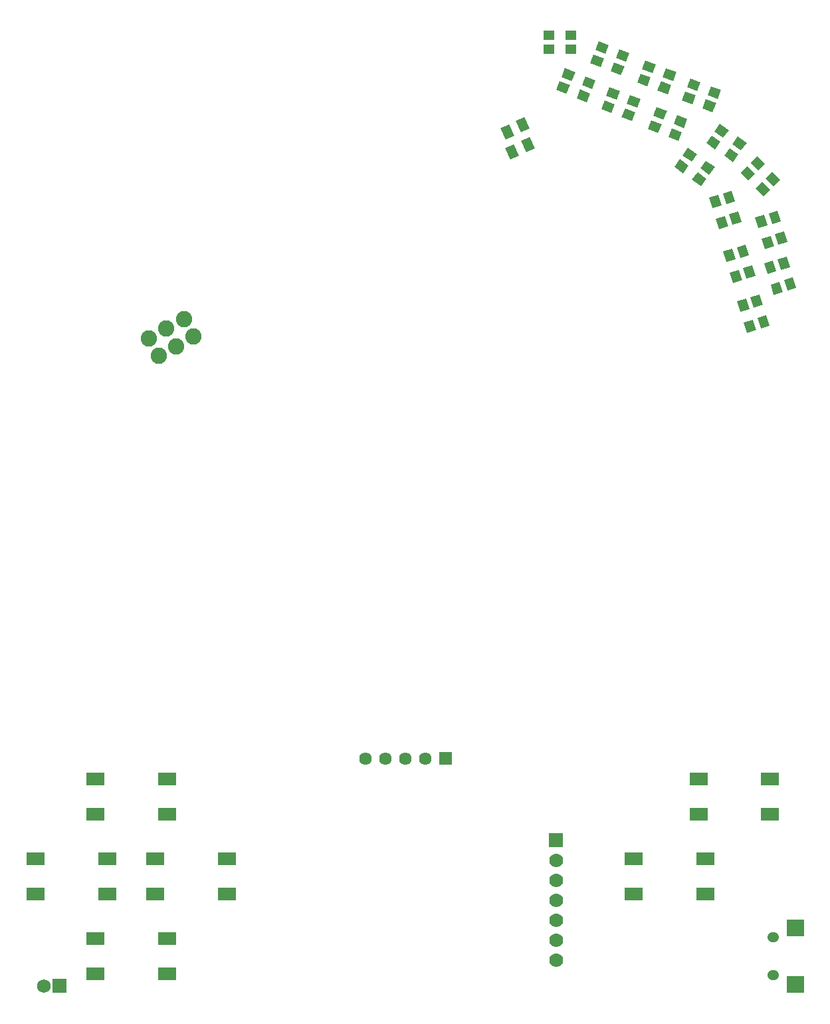
<source format=gts>
G04 Layer: TopSolderMaskLayer*
G04 EasyEDA v6.4.17, 2021-02-25T15:28:36--5:00*
G04 aa3373424ab044808dd5acc0b6461e4b,072da06717534aa28f27f5ff42559d36,10*
G04 Gerber Generator version 0.2*
G04 Scale: 100 percent, Rotated: No, Reflected: No *
G04 Dimensions in inches *
G04 leading zeros omitted , absolute positions ,3 integer and 6 decimal *
%FSLAX36Y36*%
%MOIN*%

%ADD46C,0.0513*%
%ADD47C,0.0700*%
%ADD52C,0.0680*%
%ADD54C,0.0637*%
%ADD57C,0.0820*%

%LPD*%
D46*
X3789957Y595470D02*
G01*
X3795862Y595470D01*
X3789957Y404529D02*
G01*
X3795862Y404529D01*
D47*
G01*
X2705000Y480000D03*
G36*
X2670000Y1045000D02*
G01*
X2670000Y1115000D01*
X2740000Y1115000D01*
X2740000Y1045000D01*
G37*
G01*
X2705000Y980000D03*
G01*
X2705000Y880000D03*
G01*
X2705000Y780000D03*
G01*
X2705000Y680000D03*
G01*
X2705000Y580000D03*
G36*
X2531099Y4629699D02*
G01*
X2504399Y4686900D01*
X2547399Y4706900D01*
X2574099Y4649699D01*
G37*
G36*
X2452600Y4593099D02*
G01*
X2425900Y4650300D01*
X2468900Y4670300D01*
X2495600Y4613099D01*
G37*
G36*
X2556099Y4529699D02*
G01*
X2529399Y4586900D01*
X2572399Y4606900D01*
X2599099Y4549699D01*
G37*
G36*
X2477600Y4493099D02*
G01*
X2450900Y4550300D01*
X2493900Y4570300D01*
X2520600Y4513099D01*
G37*
G36*
X3050500Y956999D02*
G01*
X3050500Y1020100D01*
X3141199Y1020100D01*
X3141199Y956999D01*
G37*
G36*
X3408800Y956999D02*
G01*
X3408800Y1020100D01*
X3499499Y1020100D01*
X3499499Y956999D01*
G37*
G36*
X3050500Y779899D02*
G01*
X3050500Y843000D01*
X3141199Y843000D01*
X3141199Y779899D01*
G37*
G36*
X3408800Y779899D02*
G01*
X3408800Y843000D01*
X3499499Y843000D01*
X3499499Y779899D01*
G37*
G36*
X3375500Y1356999D02*
G01*
X3375500Y1420100D01*
X3466199Y1420100D01*
X3466199Y1356999D01*
G37*
G36*
X3733800Y1356999D02*
G01*
X3733800Y1420100D01*
X3824499Y1420100D01*
X3824499Y1356999D01*
G37*
G36*
X3375500Y1179899D02*
G01*
X3375500Y1243000D01*
X3466199Y1243000D01*
X3466199Y1179899D01*
G37*
G36*
X3733800Y1179899D02*
G01*
X3733800Y1243000D01*
X3824499Y1243000D01*
X3824499Y1179899D01*
G37*
G36*
X350500Y1356999D02*
G01*
X350500Y1420100D01*
X441199Y1420100D01*
X441199Y1356999D01*
G37*
G36*
X708800Y1356999D02*
G01*
X708800Y1420100D01*
X799499Y1420100D01*
X799499Y1356999D01*
G37*
G36*
X350500Y1179899D02*
G01*
X350500Y1243000D01*
X441199Y1243000D01*
X441199Y1179899D01*
G37*
G36*
X708800Y1179899D02*
G01*
X708800Y1243000D01*
X799499Y1243000D01*
X799499Y1179899D01*
G37*
G36*
X350500Y556999D02*
G01*
X350500Y620100D01*
X441199Y620100D01*
X441199Y556999D01*
G37*
G36*
X708800Y556999D02*
G01*
X708800Y620100D01*
X799499Y620100D01*
X799499Y556999D01*
G37*
G36*
X350500Y379899D02*
G01*
X350500Y443000D01*
X441199Y443000D01*
X441199Y379899D01*
G37*
G36*
X708800Y379899D02*
G01*
X708800Y443000D01*
X799499Y443000D01*
X799499Y379899D01*
G37*
G36*
X50500Y956999D02*
G01*
X50500Y1020100D01*
X141199Y1020100D01*
X141199Y956999D01*
G37*
G36*
X408800Y956999D02*
G01*
X408800Y1020100D01*
X499499Y1020100D01*
X499499Y956999D01*
G37*
G36*
X50500Y779899D02*
G01*
X50500Y843000D01*
X141199Y843000D01*
X141199Y779899D01*
G37*
G36*
X408800Y779899D02*
G01*
X408800Y843000D01*
X499499Y843000D01*
X499499Y779899D01*
G37*
G36*
X650500Y956999D02*
G01*
X650500Y1020100D01*
X741199Y1020100D01*
X741199Y956999D01*
G37*
G36*
X1008800Y956999D02*
G01*
X1008800Y1020100D01*
X1099499Y1020100D01*
X1099499Y956999D01*
G37*
G36*
X650500Y779899D02*
G01*
X650500Y843000D01*
X741199Y843000D01*
X741199Y779899D01*
G37*
G36*
X1008800Y779899D02*
G01*
X1008800Y843000D01*
X1099499Y843000D01*
X1099499Y779899D01*
G37*
G36*
X180399Y315999D02*
G01*
X180399Y384000D01*
X248400Y384000D01*
X248400Y315999D01*
G37*
D52*
G01*
X135599Y350000D03*
G36*
X2118199Y1458099D02*
G01*
X2118199Y1521799D01*
X2181899Y1521799D01*
X2181899Y1458099D01*
G37*
D54*
G01*
X2050000Y1490000D03*
G01*
X1950000Y1490000D03*
G01*
X1850000Y1490000D03*
G01*
X1750000Y1490000D03*
G36*
X3863699Y600300D02*
G01*
X3863699Y683099D01*
X3950500Y683099D01*
X3950500Y600300D01*
G37*
G36*
X3863699Y316900D02*
G01*
X3863699Y399699D01*
X3950500Y399699D01*
X3950500Y316900D01*
G37*
G36*
X3522700Y4143600D02*
G01*
X3506499Y4196399D01*
X3551800Y4210300D01*
X3568000Y4157399D01*
G37*
G36*
X3490399Y4249000D02*
G01*
X3474300Y4301799D01*
X3519600Y4315700D01*
X3535699Y4262900D01*
G37*
G36*
X3558199Y4269699D02*
G01*
X3541999Y4322600D01*
X3587299Y4336399D01*
X3603500Y4283600D01*
G37*
G36*
X3590399Y4164299D02*
G01*
X3574300Y4217100D01*
X3619600Y4230999D01*
X3635699Y4178200D01*
G37*
G36*
X3592700Y3873600D02*
G01*
X3576499Y3926399D01*
X3621800Y3940300D01*
X3638000Y3887399D01*
G37*
G36*
X3560399Y3979000D02*
G01*
X3544300Y4031799D01*
X3589600Y4045700D01*
X3605699Y3992899D01*
G37*
G36*
X3628199Y3999699D02*
G01*
X3611999Y4052600D01*
X3657299Y4066399D01*
X3673500Y4013600D01*
G37*
G36*
X3660399Y3894299D02*
G01*
X3644300Y3947100D01*
X3689600Y3960999D01*
X3705699Y3908200D01*
G37*
G36*
X3664300Y3623000D02*
G01*
X3647299Y3675599D01*
X3692299Y3690200D01*
X3709399Y3637700D01*
G37*
G36*
X3630299Y3727899D02*
G01*
X3613199Y3780399D01*
X3658299Y3795100D01*
X3675299Y3742500D01*
G37*
G36*
X3697700Y3749800D02*
G01*
X3680600Y3802300D01*
X3725699Y3816999D01*
X3742700Y3764400D01*
G37*
G36*
X3731700Y3644899D02*
G01*
X3714700Y3697500D01*
X3759700Y3712100D01*
X3776800Y3659600D01*
G37*
G36*
X3491099Y4730200D02*
G01*
X3439499Y4750000D01*
X3456499Y4794200D01*
X3508000Y4774400D01*
G37*
G36*
X3388100Y4769699D02*
G01*
X3336599Y4789499D01*
X3353500Y4833699D01*
X3405100Y4813899D01*
G37*
G36*
X3413500Y4835799D02*
G01*
X3361999Y4855599D01*
X3378900Y4899800D01*
X3430500Y4880000D01*
G37*
G36*
X3516499Y4796300D02*
G01*
X3464899Y4816100D01*
X3481899Y4860300D01*
X3533400Y4840500D01*
G37*
G36*
X3266099Y4820200D02*
G01*
X3214499Y4840000D01*
X3231499Y4884200D01*
X3283000Y4864400D01*
G37*
G36*
X3163100Y4859699D02*
G01*
X3111599Y4879499D01*
X3128500Y4923699D01*
X3180100Y4903899D01*
G37*
G36*
X3188500Y4925799D02*
G01*
X3136999Y4945599D01*
X3153900Y4989800D01*
X3205500Y4970000D01*
G37*
G36*
X3291499Y4886300D02*
G01*
X3239899Y4906100D01*
X3256899Y4950300D01*
X3308400Y4930500D01*
G37*
G36*
X3746700Y4309699D02*
G01*
X3707600Y4348800D01*
X3741099Y4382199D01*
X3780200Y4343200D01*
G37*
G36*
X3668800Y4387600D02*
G01*
X3629700Y4426700D01*
X3663199Y4460200D01*
X3702299Y4421100D01*
G37*
G36*
X3718900Y4437700D02*
G01*
X3679799Y4476799D01*
X3713299Y4510300D01*
X3752399Y4471199D01*
G37*
G36*
X3796800Y4359800D02*
G01*
X3757799Y4398899D01*
X3791199Y4432399D01*
X3830299Y4393299D01*
G37*
G36*
X3593900Y4479099D02*
G01*
X3548599Y4510799D01*
X3575799Y4549600D01*
X3621000Y4517900D01*
G37*
G36*
X3503599Y4542300D02*
G01*
X3458299Y4574000D01*
X3485500Y4612800D01*
X3530699Y4581100D01*
G37*
G36*
X3544200Y4600400D02*
G01*
X3498999Y4632100D01*
X3526099Y4670900D01*
X3571400Y4639200D01*
G37*
G36*
X3634499Y4537199D02*
G01*
X3589300Y4568800D01*
X3616400Y4607700D01*
X3661700Y4575999D01*
G37*
G36*
X3319600Y4584200D02*
G01*
X3268400Y4604899D01*
X3286099Y4648800D01*
X3337299Y4628099D01*
G37*
G36*
X3217399Y4625500D02*
G01*
X3166099Y4646199D01*
X3183900Y4690100D01*
X3235100Y4669400D01*
G37*
G36*
X3243900Y4691199D02*
G01*
X3192700Y4711900D01*
X3210399Y4755799D01*
X3261700Y4735100D01*
G37*
G36*
X3346099Y4649899D02*
G01*
X3294899Y4670599D01*
X3312600Y4714499D01*
X3363900Y4693800D01*
G37*
G36*
X3432200Y4358499D02*
G01*
X3387500Y4390999D01*
X3415299Y4429299D01*
X3460000Y4396900D01*
G37*
G36*
X3343000Y4423299D02*
G01*
X3298299Y4455799D01*
X3326199Y4494099D01*
X3370900Y4461700D01*
G37*
G36*
X3384700Y4480700D02*
G01*
X3340000Y4513099D01*
X3367799Y4551500D01*
X3412500Y4519000D01*
G37*
G36*
X3473800Y4415900D02*
G01*
X3429200Y4448299D01*
X3456999Y4486700D01*
X3501700Y4454200D01*
G37*
G36*
X2859600Y4779200D02*
G01*
X2808400Y4799899D01*
X2826099Y4843800D01*
X2877299Y4823099D01*
G37*
G36*
X2757399Y4820500D02*
G01*
X2706099Y4841199D01*
X2723900Y4885100D01*
X2775100Y4864400D01*
G37*
G36*
X2783900Y4886199D02*
G01*
X2732700Y4906900D01*
X2750399Y4950799D01*
X2801700Y4930100D01*
G37*
G36*
X2886099Y4844899D02*
G01*
X2834899Y4865599D01*
X2852600Y4909499D01*
X2903900Y4888800D01*
G37*
G36*
X3086099Y4685200D02*
G01*
X3034499Y4705000D01*
X3051499Y4749200D01*
X3103000Y4729400D01*
G37*
G36*
X2983100Y4724699D02*
G01*
X2931599Y4744499D01*
X2948500Y4788699D01*
X3000100Y4768899D01*
G37*
G36*
X3008500Y4790799D02*
G01*
X2956999Y4810599D01*
X2973900Y4854800D01*
X3025500Y4835000D01*
G37*
G36*
X3111499Y4751300D02*
G01*
X3059899Y4771100D01*
X3076899Y4815300D01*
X3128400Y4795500D01*
G37*
G36*
X3797700Y3813600D02*
G01*
X3781499Y3866399D01*
X3826800Y3880300D01*
X3843000Y3827399D01*
G37*
G36*
X3765399Y3919000D02*
G01*
X3749300Y3971799D01*
X3794600Y3985700D01*
X3810699Y3932899D01*
G37*
G36*
X3833199Y3939699D02*
G01*
X3816999Y3992600D01*
X3862299Y4006399D01*
X3878500Y3953600D01*
G37*
G36*
X3865399Y3834299D02*
G01*
X3849300Y3887100D01*
X3894600Y3900999D01*
X3910699Y3848200D01*
G37*
G36*
X3752700Y4043600D02*
G01*
X3736499Y4096399D01*
X3781800Y4110300D01*
X3798000Y4057399D01*
G37*
G36*
X3720399Y4149000D02*
G01*
X3704300Y4201799D01*
X3749600Y4215700D01*
X3765699Y4162899D01*
G37*
G36*
X3788199Y4169699D02*
G01*
X3771999Y4222600D01*
X3817299Y4236399D01*
X3833500Y4183600D01*
G37*
G36*
X3820399Y4064299D02*
G01*
X3804300Y4117100D01*
X3849600Y4130999D01*
X3865699Y4078200D01*
G37*
G36*
X2752500Y5020900D02*
G01*
X2752500Y5068299D01*
X2807700Y5068299D01*
X2807700Y5020900D01*
G37*
G36*
X2642299Y5020900D02*
G01*
X2642299Y5068299D01*
X2697500Y5068299D01*
X2697500Y5020900D01*
G37*
G36*
X2642299Y5091700D02*
G01*
X2642299Y5139099D01*
X2697500Y5139099D01*
X2697500Y5091700D01*
G37*
G36*
X2752500Y5091700D02*
G01*
X2752500Y5139099D01*
X2807700Y5139099D01*
X2807700Y5091700D01*
G37*
G36*
X3031099Y4915200D02*
G01*
X2979499Y4935000D01*
X2996499Y4979200D01*
X3048000Y4959400D01*
G37*
G36*
X2928100Y4954699D02*
G01*
X2876599Y4974499D01*
X2893500Y5018699D01*
X2945100Y4998899D01*
G37*
G36*
X2953500Y5020799D02*
G01*
X2901999Y5040599D01*
X2918900Y5084800D01*
X2970500Y5065000D01*
G37*
G36*
X3056499Y4981300D02*
G01*
X3004899Y5001100D01*
X3021899Y5045300D01*
X3073400Y5025500D01*
G37*
D57*
G01*
X886700Y3604749D03*
G01*
X838220Y3692210D03*
G01*
X799239Y3556269D03*
G01*
X750760Y3643730D03*
G01*
X711779Y3507790D03*
G01*
X663299Y3595250D03*
M02*

</source>
